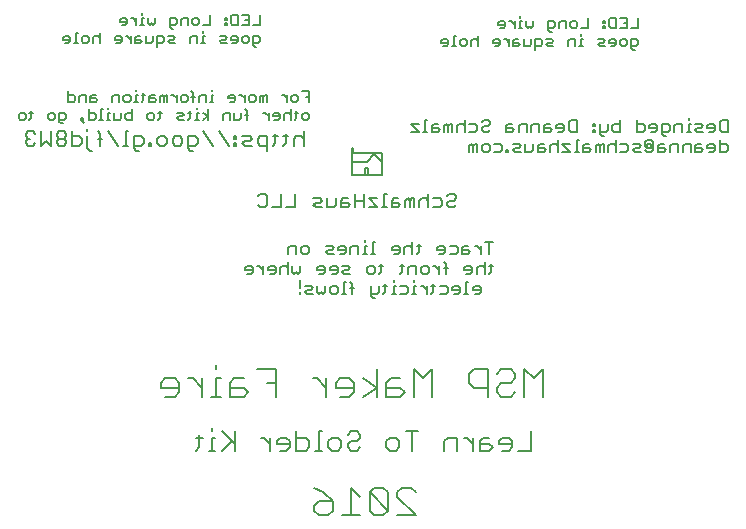
<source format=gbo>
G75*
%MOIN*%
%OFA0B0*%
%FSLAX25Y25*%
%IPPOS*%
%LPD*%
%AMOC8*
5,1,8,0,0,1.08239X$1,22.5*
%
%ADD10C,0.00800*%
%ADD11C,0.00600*%
%ADD12C,0.00500*%
%ADD13C,0.00700*%
D10*
X0063578Y0102869D02*
X0066648Y0102869D01*
X0068182Y0104404D01*
X0068182Y0107473D01*
X0066648Y0109008D01*
X0063578Y0109008D01*
X0062044Y0107473D01*
X0062044Y0105939D01*
X0068182Y0105939D01*
X0071252Y0109008D02*
X0072786Y0109008D01*
X0075855Y0105939D01*
X0075855Y0109008D02*
X0075855Y0102869D01*
X0078925Y0102869D02*
X0081994Y0102869D01*
X0080459Y0102869D02*
X0080459Y0109008D01*
X0081994Y0109008D01*
X0080459Y0112077D02*
X0080459Y0113612D01*
X0085063Y0107473D02*
X0085063Y0102869D01*
X0089667Y0102869D01*
X0091202Y0104404D01*
X0089667Y0105939D01*
X0085063Y0105939D01*
X0085063Y0107473D02*
X0086598Y0109008D01*
X0089667Y0109008D01*
X0094271Y0112077D02*
X0100410Y0112077D01*
X0100410Y0102869D01*
X0100410Y0107473D02*
X0097340Y0107473D01*
X0112687Y0109008D02*
X0114222Y0109008D01*
X0117291Y0105939D01*
X0117291Y0109008D02*
X0117291Y0102869D01*
X0120360Y0105939D02*
X0120360Y0107473D01*
X0121895Y0109008D01*
X0124964Y0109008D01*
X0126499Y0107473D01*
X0126499Y0104404D01*
X0124964Y0102869D01*
X0121895Y0102869D01*
X0120360Y0105939D02*
X0126499Y0105939D01*
X0129568Y0102869D02*
X0134172Y0105939D01*
X0129568Y0109008D01*
X0134172Y0112077D02*
X0134172Y0102869D01*
X0137241Y0102869D02*
X0141845Y0102869D01*
X0143380Y0104404D01*
X0141845Y0105939D01*
X0137241Y0105939D01*
X0137241Y0107473D02*
X0137241Y0102869D01*
X0137241Y0107473D02*
X0138776Y0109008D01*
X0141845Y0109008D01*
X0146449Y0112077D02*
X0146449Y0102869D01*
X0152588Y0102869D02*
X0152588Y0112077D01*
X0149518Y0109008D01*
X0146449Y0112077D01*
X0164865Y0110543D02*
X0164865Y0107473D01*
X0166399Y0105939D01*
X0171003Y0105939D01*
X0174073Y0105939D02*
X0174073Y0104404D01*
X0175607Y0102869D01*
X0178677Y0102869D01*
X0180211Y0104404D01*
X0178677Y0107473D02*
X0175607Y0107473D01*
X0174073Y0105939D01*
X0171003Y0102869D02*
X0171003Y0112077D01*
X0166399Y0112077D01*
X0164865Y0110543D01*
X0174073Y0110543D02*
X0175607Y0112077D01*
X0178677Y0112077D01*
X0180211Y0110543D01*
X0180211Y0109008D01*
X0178677Y0107473D01*
X0183280Y0112077D02*
X0183280Y0102869D01*
X0189419Y0102869D02*
X0189419Y0112077D01*
X0186350Y0109008D01*
X0183280Y0112077D01*
X0145463Y0072628D02*
X0142394Y0072628D01*
X0140859Y0071094D01*
X0140859Y0069559D01*
X0146998Y0063420D01*
X0140859Y0063420D01*
X0137790Y0064955D02*
X0131651Y0071094D01*
X0131651Y0064955D01*
X0133186Y0063420D01*
X0136255Y0063420D01*
X0137790Y0064955D01*
X0137790Y0071094D01*
X0136255Y0072628D01*
X0133186Y0072628D01*
X0131651Y0071094D01*
X0128582Y0069559D02*
X0125513Y0072628D01*
X0125513Y0063420D01*
X0128582Y0063420D02*
X0122444Y0063420D01*
X0119374Y0064955D02*
X0117840Y0063420D01*
X0114770Y0063420D01*
X0113236Y0064955D01*
X0113236Y0066490D01*
X0114770Y0068024D01*
X0119374Y0068024D01*
X0119374Y0064955D01*
X0119374Y0068024D02*
X0116305Y0071094D01*
X0113236Y0072628D01*
X0145463Y0072628D02*
X0146998Y0071094D01*
X0135764Y0176800D02*
X0130264Y0176800D01*
X0130264Y0179300D01*
X0131264Y0179300D01*
X0131264Y0177300D01*
X0130264Y0176800D02*
X0125764Y0176800D01*
X0125764Y0181300D01*
X0130764Y0181300D01*
X0133264Y0183800D01*
X0135764Y0181300D01*
X0135764Y0184300D01*
X0126264Y0184300D01*
X0126264Y0185800D01*
X0125764Y0185800D01*
X0125764Y0181300D01*
X0135764Y0181300D02*
X0135764Y0176800D01*
D11*
X0074921Y0086002D02*
X0073854Y0084935D01*
X0074921Y0086002D02*
X0074921Y0090273D01*
X0073854Y0089205D02*
X0075989Y0089205D01*
X0079218Y0089205D02*
X0079218Y0084935D01*
X0078151Y0084935D02*
X0080286Y0084935D01*
X0082461Y0084935D02*
X0085664Y0088137D01*
X0086731Y0087070D02*
X0082461Y0091340D01*
X0080286Y0089205D02*
X0079218Y0089205D01*
X0079218Y0091340D02*
X0079218Y0092408D01*
X0086731Y0091340D02*
X0086731Y0084935D01*
X0095345Y0089205D02*
X0096413Y0089205D01*
X0098548Y0087070D01*
X0098548Y0084935D02*
X0098548Y0089205D01*
X0100723Y0088137D02*
X0100723Y0087070D01*
X0104994Y0087070D01*
X0104994Y0088137D02*
X0104994Y0086002D01*
X0103926Y0084935D01*
X0101791Y0084935D01*
X0100723Y0088137D02*
X0101791Y0089205D01*
X0103926Y0089205D01*
X0104994Y0088137D01*
X0107169Y0089205D02*
X0110372Y0089205D01*
X0111439Y0088137D01*
X0111439Y0086002D01*
X0110372Y0084935D01*
X0107169Y0084935D01*
X0107169Y0091340D01*
X0114669Y0091340D02*
X0114669Y0084935D01*
X0115736Y0084935D02*
X0113601Y0084935D01*
X0117911Y0086002D02*
X0117911Y0088137D01*
X0118979Y0089205D01*
X0121114Y0089205D01*
X0122182Y0088137D01*
X0122182Y0086002D01*
X0121114Y0084935D01*
X0118979Y0084935D01*
X0117911Y0086002D01*
X0115736Y0091340D02*
X0114669Y0091340D01*
X0124357Y0090273D02*
X0125424Y0091340D01*
X0127560Y0091340D01*
X0128627Y0090273D01*
X0128627Y0089205D01*
X0127560Y0088137D01*
X0125424Y0088137D01*
X0124357Y0087070D01*
X0124357Y0086002D01*
X0125424Y0084935D01*
X0127560Y0084935D01*
X0128627Y0086002D01*
X0137248Y0086002D02*
X0137248Y0088137D01*
X0138315Y0089205D01*
X0140451Y0089205D01*
X0141518Y0088137D01*
X0141518Y0086002D01*
X0140451Y0084935D01*
X0138315Y0084935D01*
X0137248Y0086002D01*
X0143693Y0091340D02*
X0147964Y0091340D01*
X0145828Y0091340D02*
X0145828Y0084935D01*
X0156584Y0084935D02*
X0156584Y0088137D01*
X0157652Y0089205D01*
X0160855Y0089205D01*
X0160855Y0084935D01*
X0163023Y0089205D02*
X0164091Y0089205D01*
X0166226Y0087070D01*
X0166226Y0084935D02*
X0166226Y0089205D01*
X0168401Y0088137D02*
X0168401Y0084935D01*
X0171604Y0084935D01*
X0172671Y0086002D01*
X0171604Y0087070D01*
X0168401Y0087070D01*
X0168401Y0088137D02*
X0169469Y0089205D01*
X0171604Y0089205D01*
X0174847Y0088137D02*
X0174847Y0087070D01*
X0179117Y0087070D01*
X0179117Y0088137D02*
X0179117Y0086002D01*
X0178049Y0084935D01*
X0175914Y0084935D01*
X0174847Y0088137D02*
X0175914Y0089205D01*
X0178049Y0089205D01*
X0179117Y0088137D01*
X0181292Y0084935D02*
X0185562Y0084935D01*
X0185562Y0091340D01*
X0159651Y0166076D02*
X0158183Y0166076D01*
X0157449Y0166810D01*
X0157449Y0167544D01*
X0158183Y0168278D01*
X0159651Y0168278D01*
X0160385Y0169012D01*
X0160385Y0169746D01*
X0159651Y0170480D01*
X0158183Y0170480D01*
X0157449Y0169746D01*
X0155781Y0168278D02*
X0155781Y0166810D01*
X0155047Y0166076D01*
X0152845Y0166076D01*
X0151177Y0166076D02*
X0151177Y0170480D01*
X0150443Y0169012D02*
X0148975Y0169012D01*
X0148242Y0168278D01*
X0148242Y0166076D01*
X0146573Y0166076D02*
X0146573Y0169012D01*
X0145839Y0169012D01*
X0145106Y0168278D01*
X0144372Y0169012D01*
X0143638Y0168278D01*
X0143638Y0166076D01*
X0145106Y0166076D02*
X0145106Y0168278D01*
X0141970Y0166810D02*
X0141236Y0167544D01*
X0139034Y0167544D01*
X0139034Y0168278D02*
X0139034Y0166076D01*
X0141236Y0166076D01*
X0141970Y0166810D01*
X0141236Y0169012D02*
X0139768Y0169012D01*
X0139034Y0168278D01*
X0137366Y0166076D02*
X0135898Y0166076D01*
X0136632Y0166076D02*
X0136632Y0170480D01*
X0137366Y0170480D01*
X0134296Y0169012D02*
X0131360Y0169012D01*
X0134296Y0166076D01*
X0131360Y0166076D01*
X0129692Y0166076D02*
X0129692Y0170480D01*
X0129692Y0168278D02*
X0126757Y0168278D01*
X0126757Y0170480D02*
X0126757Y0166076D01*
X0125088Y0166810D02*
X0124354Y0167544D01*
X0122153Y0167544D01*
X0122153Y0168278D02*
X0122153Y0166076D01*
X0124354Y0166076D01*
X0125088Y0166810D01*
X0124354Y0169012D02*
X0122887Y0169012D01*
X0122153Y0168278D01*
X0120485Y0169012D02*
X0120485Y0166810D01*
X0119751Y0166076D01*
X0117549Y0166076D01*
X0117549Y0169012D01*
X0115881Y0168278D02*
X0115147Y0169012D01*
X0112945Y0169012D01*
X0113679Y0167544D02*
X0115147Y0167544D01*
X0115881Y0168278D01*
X0115881Y0166076D02*
X0113679Y0166076D01*
X0112945Y0166810D01*
X0113679Y0167544D01*
X0106673Y0166076D02*
X0103737Y0166076D01*
X0102069Y0166076D02*
X0099133Y0166076D01*
X0097465Y0166810D02*
X0096731Y0166076D01*
X0095263Y0166076D01*
X0094529Y0166810D01*
X0097465Y0166810D02*
X0097465Y0169746D01*
X0096731Y0170480D01*
X0095263Y0170480D01*
X0094529Y0169746D01*
X0102069Y0170480D02*
X0102069Y0166076D01*
X0106673Y0166076D02*
X0106673Y0170480D01*
X0150443Y0169012D02*
X0151177Y0168278D01*
X0152845Y0169012D02*
X0155047Y0169012D01*
X0155781Y0168278D01*
X0159651Y0166076D02*
X0160385Y0166810D01*
D12*
X0160430Y0153160D02*
X0158428Y0153160D01*
X0156953Y0152493D02*
X0156286Y0153160D01*
X0154952Y0153160D01*
X0154284Y0152493D01*
X0154284Y0151825D01*
X0156953Y0151825D01*
X0156953Y0151158D02*
X0156953Y0152493D01*
X0156953Y0151158D02*
X0156286Y0150491D01*
X0154952Y0150491D01*
X0156309Y0147744D02*
X0156977Y0147077D01*
X0156977Y0143741D01*
X0154881Y0143741D02*
X0154881Y0146410D01*
X0153547Y0146410D02*
X0154881Y0145075D01*
X0156309Y0145743D02*
X0157644Y0145743D01*
X0153547Y0146410D02*
X0152880Y0146410D01*
X0151429Y0145743D02*
X0151429Y0144408D01*
X0150761Y0143741D01*
X0149427Y0143741D01*
X0148760Y0144408D01*
X0148760Y0145743D01*
X0149427Y0146410D01*
X0150761Y0146410D01*
X0151429Y0145743D01*
X0147285Y0146410D02*
X0147285Y0143741D01*
X0146618Y0141662D02*
X0146618Y0140994D01*
X0146618Y0139660D02*
X0146618Y0136991D01*
X0147285Y0136991D02*
X0145950Y0136991D01*
X0144523Y0137658D02*
X0143855Y0136991D01*
X0141854Y0136991D01*
X0140379Y0136991D02*
X0139045Y0136991D01*
X0139712Y0136991D02*
X0139712Y0139660D01*
X0140379Y0139660D01*
X0141854Y0139660D02*
X0143855Y0139660D01*
X0144523Y0138993D01*
X0144523Y0137658D01*
X0146618Y0139660D02*
X0147285Y0139660D01*
X0148736Y0139660D02*
X0149403Y0139660D01*
X0150738Y0138325D01*
X0150738Y0136991D02*
X0150738Y0139660D01*
X0152166Y0139660D02*
X0153500Y0139660D01*
X0152833Y0140327D02*
X0152833Y0137658D01*
X0152166Y0136991D01*
X0154975Y0136991D02*
X0156977Y0136991D01*
X0157644Y0137658D01*
X0157644Y0138993D01*
X0156977Y0139660D01*
X0154975Y0139660D01*
X0159118Y0138993D02*
X0159118Y0138325D01*
X0161787Y0138325D01*
X0161787Y0137658D02*
X0161787Y0138993D01*
X0161120Y0139660D01*
X0159786Y0139660D01*
X0159118Y0138993D01*
X0159786Y0136991D02*
X0161120Y0136991D01*
X0161787Y0137658D01*
X0163215Y0136991D02*
X0164550Y0136991D01*
X0163882Y0136991D02*
X0163882Y0140994D01*
X0164550Y0140994D01*
X0166024Y0138993D02*
X0166024Y0138325D01*
X0168693Y0138325D01*
X0168693Y0137658D02*
X0168693Y0138993D01*
X0168026Y0139660D01*
X0166692Y0139660D01*
X0166024Y0138993D01*
X0166692Y0136991D02*
X0168026Y0136991D01*
X0168693Y0137658D01*
X0167405Y0143741D02*
X0167405Y0145743D01*
X0168073Y0146410D01*
X0169407Y0146410D01*
X0170074Y0145743D01*
X0171502Y0146410D02*
X0172837Y0146410D01*
X0172170Y0147077D02*
X0172170Y0144408D01*
X0171502Y0143741D01*
X0170074Y0143741D02*
X0170074Y0147744D01*
X0168693Y0150491D02*
X0168693Y0153160D01*
X0167359Y0153160D02*
X0168693Y0151825D01*
X0167359Y0153160D02*
X0166692Y0153160D01*
X0164573Y0153160D02*
X0163239Y0153160D01*
X0162571Y0152493D01*
X0162571Y0150491D01*
X0164573Y0150491D01*
X0165240Y0151158D01*
X0164573Y0151825D01*
X0162571Y0151825D01*
X0161097Y0151158D02*
X0161097Y0152493D01*
X0160430Y0153160D01*
X0161097Y0151158D02*
X0160430Y0150491D01*
X0158428Y0150491D01*
X0163262Y0145743D02*
X0163262Y0145075D01*
X0165931Y0145075D01*
X0165931Y0144408D02*
X0165931Y0145743D01*
X0165264Y0146410D01*
X0163929Y0146410D01*
X0163262Y0145743D01*
X0163929Y0143741D02*
X0165264Y0143741D01*
X0165931Y0144408D01*
X0171502Y0150491D02*
X0171502Y0154494D01*
X0170168Y0154494D02*
X0172837Y0154494D01*
X0148666Y0153160D02*
X0147332Y0153160D01*
X0147999Y0153827D02*
X0147999Y0151158D01*
X0147332Y0150491D01*
X0145904Y0150491D02*
X0145904Y0154494D01*
X0145237Y0153160D02*
X0143902Y0153160D01*
X0143235Y0152493D01*
X0143235Y0150491D01*
X0141760Y0151158D02*
X0141760Y0152493D01*
X0141093Y0153160D01*
X0139759Y0153160D01*
X0139091Y0152493D01*
X0139091Y0151825D01*
X0141760Y0151825D01*
X0141760Y0151158D02*
X0141093Y0150491D01*
X0139759Y0150491D01*
X0142474Y0147077D02*
X0142474Y0144408D01*
X0141807Y0143741D01*
X0141807Y0146410D02*
X0143141Y0146410D01*
X0144616Y0145743D02*
X0144616Y0143741D01*
X0144616Y0145743D02*
X0145283Y0146410D01*
X0147285Y0146410D01*
X0145904Y0152493D02*
X0145237Y0153160D01*
X0136236Y0146410D02*
X0134901Y0146410D01*
X0135568Y0147077D02*
X0135568Y0144408D01*
X0134901Y0143741D01*
X0133473Y0144408D02*
X0132806Y0143741D01*
X0131471Y0143741D01*
X0130804Y0144408D01*
X0130804Y0145743D01*
X0131471Y0146410D01*
X0132806Y0146410D01*
X0133473Y0145743D01*
X0133473Y0144408D01*
X0136949Y0140327D02*
X0136949Y0137658D01*
X0136282Y0136991D01*
X0134854Y0137658D02*
X0134854Y0139660D01*
X0136282Y0139660D02*
X0137617Y0139660D01*
X0139712Y0140994D02*
X0139712Y0141662D01*
X0134854Y0137658D02*
X0134187Y0136991D01*
X0132185Y0136991D01*
X0132185Y0136324D02*
X0132853Y0135656D01*
X0133520Y0135656D01*
X0132185Y0136324D02*
X0132185Y0139660D01*
X0126567Y0138993D02*
X0125233Y0138993D01*
X0125900Y0140327D02*
X0125233Y0140994D01*
X0125900Y0140327D02*
X0125900Y0136991D01*
X0123805Y0136991D02*
X0122470Y0136991D01*
X0123138Y0136991D02*
X0123138Y0140994D01*
X0123805Y0140994D01*
X0123184Y0143741D02*
X0122517Y0144408D01*
X0123184Y0145075D01*
X0124519Y0145075D01*
X0125186Y0145743D01*
X0124519Y0146410D01*
X0122517Y0146410D01*
X0121043Y0145743D02*
X0120375Y0146410D01*
X0119041Y0146410D01*
X0118374Y0145743D01*
X0118374Y0145075D01*
X0121043Y0145075D01*
X0121043Y0144408D02*
X0121043Y0145743D01*
X0121043Y0144408D02*
X0120375Y0143741D01*
X0119041Y0143741D01*
X0116899Y0144408D02*
X0116899Y0145743D01*
X0116232Y0146410D01*
X0114897Y0146410D01*
X0114230Y0145743D01*
X0114230Y0145075D01*
X0116899Y0145075D01*
X0116899Y0144408D02*
X0116232Y0143741D01*
X0114897Y0143741D01*
X0114230Y0139660D02*
X0114230Y0137658D01*
X0114897Y0136991D01*
X0115565Y0137658D01*
X0116232Y0136991D01*
X0116899Y0137658D01*
X0116899Y0139660D01*
X0118374Y0138993D02*
X0118374Y0137658D01*
X0119041Y0136991D01*
X0120375Y0136991D01*
X0121043Y0137658D01*
X0121043Y0138993D01*
X0120375Y0139660D01*
X0119041Y0139660D01*
X0118374Y0138993D01*
X0112755Y0138993D02*
X0112088Y0139660D01*
X0110087Y0139660D01*
X0110754Y0138325D02*
X0112088Y0138325D01*
X0112755Y0138993D01*
X0112755Y0136991D02*
X0110754Y0136991D01*
X0110087Y0137658D01*
X0110754Y0138325D01*
X0108612Y0137658D02*
X0108612Y0136991D01*
X0108612Y0138993D02*
X0108612Y0141662D01*
X0107945Y0143741D02*
X0107277Y0144408D01*
X0106610Y0143741D01*
X0105943Y0144408D01*
X0105943Y0146410D01*
X0104468Y0145743D02*
X0103801Y0146410D01*
X0102467Y0146410D01*
X0101799Y0145743D01*
X0101799Y0143741D01*
X0100325Y0144408D02*
X0100325Y0145743D01*
X0099658Y0146410D01*
X0098323Y0146410D01*
X0097656Y0145743D01*
X0097656Y0145075D01*
X0100325Y0145075D01*
X0100325Y0144408D02*
X0099658Y0143741D01*
X0098323Y0143741D01*
X0096181Y0143741D02*
X0096181Y0146410D01*
X0094847Y0146410D02*
X0094180Y0146410D01*
X0094847Y0146410D02*
X0096181Y0145075D01*
X0092728Y0145075D02*
X0090059Y0145075D01*
X0090059Y0145743D01*
X0090727Y0146410D01*
X0092061Y0146410D01*
X0092728Y0145743D01*
X0092728Y0144408D01*
X0092061Y0143741D01*
X0090727Y0143741D01*
X0104468Y0143741D02*
X0104468Y0147744D01*
X0104562Y0150491D02*
X0104562Y0152493D01*
X0105229Y0153160D01*
X0107231Y0153160D01*
X0107231Y0150491D01*
X0108705Y0151158D02*
X0108705Y0152493D01*
X0109373Y0153160D01*
X0110707Y0153160D01*
X0111374Y0152493D01*
X0111374Y0151158D01*
X0110707Y0150491D01*
X0109373Y0150491D01*
X0108705Y0151158D01*
X0108612Y0146410D02*
X0108612Y0144408D01*
X0107945Y0143741D01*
X0116992Y0151158D02*
X0117660Y0151825D01*
X0118994Y0151825D01*
X0119661Y0152493D01*
X0118994Y0153160D01*
X0116992Y0153160D01*
X0116992Y0151158D02*
X0117660Y0150491D01*
X0119661Y0150491D01*
X0121136Y0151825D02*
X0121136Y0152493D01*
X0121803Y0153160D01*
X0123138Y0153160D01*
X0123805Y0152493D01*
X0123805Y0151158D01*
X0123138Y0150491D01*
X0121803Y0150491D01*
X0121136Y0151825D02*
X0123805Y0151825D01*
X0125280Y0152493D02*
X0125280Y0150491D01*
X0125280Y0152493D02*
X0125947Y0153160D01*
X0127948Y0153160D01*
X0127948Y0150491D01*
X0129376Y0150491D02*
X0130711Y0150491D01*
X0130044Y0150491D02*
X0130044Y0153160D01*
X0130711Y0153160D01*
X0130044Y0154494D02*
X0130044Y0155162D01*
X0132806Y0154494D02*
X0132806Y0150491D01*
X0133473Y0150491D02*
X0132139Y0150491D01*
X0132806Y0154494D02*
X0133473Y0154494D01*
X0125186Y0143741D02*
X0123184Y0143741D01*
X0164854Y0184333D02*
X0164854Y0186335D01*
X0165522Y0187002D01*
X0166189Y0186335D01*
X0166189Y0184333D01*
X0167523Y0184333D02*
X0167523Y0187002D01*
X0166856Y0187002D01*
X0166189Y0186335D01*
X0168998Y0186335D02*
X0168998Y0185001D01*
X0169665Y0184333D01*
X0171000Y0184333D01*
X0171667Y0185001D01*
X0171667Y0186335D01*
X0171000Y0187002D01*
X0169665Y0187002D01*
X0168998Y0186335D01*
X0169665Y0191083D02*
X0171000Y0191083D01*
X0171667Y0191751D01*
X0171000Y0193085D02*
X0169665Y0193085D01*
X0168998Y0192418D01*
X0168998Y0191751D01*
X0169665Y0191083D01*
X0167523Y0191751D02*
X0166856Y0191083D01*
X0164854Y0191083D01*
X0163380Y0191083D02*
X0163380Y0195087D01*
X0162713Y0193752D02*
X0161378Y0193752D01*
X0160711Y0193085D01*
X0160711Y0191083D01*
X0159236Y0191083D02*
X0159236Y0193752D01*
X0158569Y0193752D01*
X0157902Y0193085D01*
X0157235Y0193752D01*
X0156567Y0193085D01*
X0156567Y0191083D01*
X0157902Y0191083D02*
X0157902Y0193085D01*
X0155093Y0191751D02*
X0154426Y0191083D01*
X0152424Y0191083D01*
X0152424Y0193085D01*
X0153091Y0193752D01*
X0154426Y0193752D01*
X0154426Y0192418D02*
X0152424Y0192418D01*
X0150949Y0191083D02*
X0149615Y0191083D01*
X0150282Y0191083D02*
X0150282Y0195087D01*
X0150949Y0195087D01*
X0148187Y0193752D02*
X0145518Y0193752D01*
X0148187Y0191083D01*
X0145518Y0191083D01*
X0154426Y0192418D02*
X0155093Y0191751D01*
X0162713Y0193752D02*
X0163380Y0193085D01*
X0164854Y0193752D02*
X0166856Y0193752D01*
X0167523Y0193085D01*
X0167523Y0191751D01*
X0168998Y0194420D02*
X0169665Y0195087D01*
X0171000Y0195087D01*
X0171667Y0194420D01*
X0171667Y0193752D01*
X0171000Y0193085D01*
X0177285Y0193085D02*
X0177285Y0191083D01*
X0179287Y0191083D01*
X0179954Y0191751D01*
X0179287Y0192418D01*
X0177285Y0192418D01*
X0177285Y0193085D02*
X0177952Y0193752D01*
X0179287Y0193752D01*
X0181429Y0193085D02*
X0181429Y0191083D01*
X0181429Y0193085D02*
X0182096Y0193752D01*
X0184098Y0193752D01*
X0184098Y0191083D01*
X0185572Y0191083D02*
X0185572Y0193085D01*
X0186239Y0193752D01*
X0188241Y0193752D01*
X0188241Y0191083D01*
X0189716Y0191083D02*
X0189716Y0193085D01*
X0190383Y0193752D01*
X0191717Y0193752D01*
X0191717Y0192418D02*
X0189716Y0192418D01*
X0189716Y0191083D02*
X0191717Y0191083D01*
X0192385Y0191751D01*
X0191717Y0192418D01*
X0193859Y0192418D02*
X0196528Y0192418D01*
X0196528Y0193085D02*
X0195861Y0193752D01*
X0194526Y0193752D01*
X0193859Y0193085D01*
X0193859Y0192418D01*
X0194526Y0191083D02*
X0195861Y0191083D01*
X0196528Y0191751D01*
X0196528Y0193085D01*
X0198003Y0191751D02*
X0198003Y0194420D01*
X0198670Y0195087D01*
X0200672Y0195087D01*
X0200672Y0191083D01*
X0198670Y0191083D01*
X0198003Y0191751D01*
X0200695Y0188337D02*
X0200695Y0184333D01*
X0201362Y0184333D02*
X0200028Y0184333D01*
X0198600Y0184333D02*
X0195931Y0184333D01*
X0194456Y0184333D02*
X0194456Y0188337D01*
X0193789Y0187002D02*
X0192455Y0187002D01*
X0191787Y0186335D01*
X0191787Y0184333D01*
X0190313Y0185001D02*
X0189646Y0185668D01*
X0187644Y0185668D01*
X0187644Y0186335D02*
X0187644Y0184333D01*
X0189646Y0184333D01*
X0190313Y0185001D01*
X0189646Y0187002D02*
X0188311Y0187002D01*
X0187644Y0186335D01*
X0186169Y0187002D02*
X0186169Y0185001D01*
X0185502Y0184333D01*
X0183500Y0184333D01*
X0183500Y0187002D01*
X0182026Y0186335D02*
X0181359Y0185668D01*
X0180024Y0185668D01*
X0179357Y0185001D01*
X0180024Y0184333D01*
X0182026Y0184333D01*
X0182026Y0186335D02*
X0181359Y0187002D01*
X0179357Y0187002D01*
X0177882Y0185001D02*
X0177215Y0185001D01*
X0177215Y0184333D01*
X0177882Y0184333D01*
X0177882Y0185001D01*
X0175810Y0185001D02*
X0175810Y0186335D01*
X0175143Y0187002D01*
X0173142Y0187002D01*
X0173142Y0184333D02*
X0175143Y0184333D01*
X0175810Y0185001D01*
X0193789Y0187002D02*
X0194456Y0186335D01*
X0195931Y0187002D02*
X0198600Y0184333D01*
X0198600Y0187002D02*
X0195931Y0187002D01*
X0200695Y0188337D02*
X0201362Y0188337D01*
X0202837Y0186335D02*
X0202837Y0184333D01*
X0204839Y0184333D01*
X0205506Y0185001D01*
X0204839Y0185668D01*
X0202837Y0185668D01*
X0202837Y0186335D02*
X0203504Y0187002D01*
X0204839Y0187002D01*
X0206980Y0186335D02*
X0206980Y0184333D01*
X0208315Y0184333D02*
X0208315Y0186335D01*
X0207648Y0187002D01*
X0206980Y0186335D01*
X0208315Y0186335D02*
X0208982Y0187002D01*
X0209649Y0187002D01*
X0209649Y0184333D01*
X0211124Y0184333D02*
X0211124Y0186335D01*
X0211791Y0187002D01*
X0213126Y0187002D01*
X0213793Y0186335D01*
X0215268Y0187002D02*
X0217269Y0187002D01*
X0217936Y0186335D01*
X0217936Y0185001D01*
X0217269Y0184333D01*
X0215268Y0184333D01*
X0213793Y0184333D02*
X0213793Y0188337D01*
X0213172Y0191083D02*
X0212505Y0191751D01*
X0212505Y0193085D01*
X0213172Y0193752D01*
X0215174Y0193752D01*
X0215174Y0195087D02*
X0215174Y0191083D01*
X0213172Y0191083D01*
X0211031Y0191751D02*
X0210363Y0191083D01*
X0208362Y0191083D01*
X0208362Y0190416D02*
X0209029Y0189749D01*
X0209696Y0189749D01*
X0208362Y0190416D02*
X0208362Y0193752D01*
X0206887Y0193752D02*
X0206887Y0193085D01*
X0206220Y0193085D01*
X0206220Y0193752D01*
X0206887Y0193752D01*
X0206887Y0191751D02*
X0206220Y0191751D01*
X0206220Y0191083D01*
X0206887Y0191083D01*
X0206887Y0191751D01*
X0211031Y0191751D02*
X0211031Y0193752D01*
X0219411Y0187002D02*
X0221413Y0187002D01*
X0222080Y0186335D01*
X0221413Y0185668D01*
X0220078Y0185668D01*
X0219411Y0185001D01*
X0220078Y0184333D01*
X0222080Y0184333D01*
X0223555Y0185001D02*
X0224222Y0184333D01*
X0225556Y0184333D01*
X0226224Y0185001D01*
X0226224Y0187670D01*
X0225556Y0188337D01*
X0224222Y0188337D01*
X0223555Y0187670D01*
X0223555Y0186335D01*
X0224222Y0185668D01*
X0224222Y0187002D01*
X0225556Y0187002D01*
X0225556Y0185668D01*
X0224222Y0185668D01*
X0227698Y0185668D02*
X0229700Y0185668D01*
X0230367Y0185001D01*
X0229700Y0184333D01*
X0227698Y0184333D01*
X0227698Y0186335D01*
X0228365Y0187002D01*
X0229700Y0187002D01*
X0231842Y0186335D02*
X0231842Y0184333D01*
X0231842Y0186335D02*
X0232509Y0187002D01*
X0234511Y0187002D01*
X0234511Y0184333D01*
X0235985Y0184333D02*
X0235985Y0186335D01*
X0236652Y0187002D01*
X0238654Y0187002D01*
X0238654Y0184333D01*
X0240129Y0184333D02*
X0242130Y0184333D01*
X0242798Y0185001D01*
X0242130Y0185668D01*
X0240129Y0185668D01*
X0240129Y0186335D02*
X0240129Y0184333D01*
X0240129Y0186335D02*
X0240796Y0187002D01*
X0242130Y0187002D01*
X0244272Y0186335D02*
X0244272Y0185668D01*
X0246941Y0185668D01*
X0246941Y0185001D02*
X0246941Y0186335D01*
X0246274Y0187002D01*
X0244940Y0187002D01*
X0244272Y0186335D01*
X0244940Y0184333D02*
X0246274Y0184333D01*
X0246941Y0185001D01*
X0248416Y0184333D02*
X0250418Y0184333D01*
X0251085Y0185001D01*
X0251085Y0186335D01*
X0250418Y0187002D01*
X0248416Y0187002D01*
X0248416Y0188337D02*
X0248416Y0184333D01*
X0249083Y0191083D02*
X0248416Y0191751D01*
X0248416Y0194420D01*
X0249083Y0195087D01*
X0251085Y0195087D01*
X0251085Y0191083D01*
X0249083Y0191083D01*
X0246941Y0191751D02*
X0246941Y0193085D01*
X0246274Y0193752D01*
X0244940Y0193752D01*
X0244272Y0193085D01*
X0244272Y0192418D01*
X0246941Y0192418D01*
X0246941Y0191751D02*
X0246274Y0191083D01*
X0244940Y0191083D01*
X0242798Y0191083D02*
X0240796Y0191083D01*
X0240129Y0191751D01*
X0240796Y0192418D01*
X0242130Y0192418D01*
X0242798Y0193085D01*
X0242130Y0193752D01*
X0240129Y0193752D01*
X0238654Y0193752D02*
X0237987Y0193752D01*
X0237987Y0191083D01*
X0238654Y0191083D02*
X0237320Y0191083D01*
X0235892Y0191083D02*
X0235892Y0193752D01*
X0233890Y0193752D01*
X0233223Y0193085D01*
X0233223Y0191083D01*
X0231748Y0191751D02*
X0231081Y0191083D01*
X0229079Y0191083D01*
X0229079Y0190416D02*
X0229079Y0193752D01*
X0231081Y0193752D01*
X0231748Y0193085D01*
X0231748Y0191751D01*
X0230414Y0189749D02*
X0229747Y0189749D01*
X0229079Y0190416D01*
X0227605Y0191751D02*
X0227605Y0193085D01*
X0226938Y0193752D01*
X0225603Y0193752D01*
X0224936Y0193085D01*
X0224936Y0192418D01*
X0227605Y0192418D01*
X0227605Y0191751D02*
X0226938Y0191083D01*
X0225603Y0191083D01*
X0223461Y0191751D02*
X0223461Y0193085D01*
X0222794Y0193752D01*
X0220792Y0193752D01*
X0220792Y0195087D02*
X0220792Y0191083D01*
X0222794Y0191083D01*
X0223461Y0191751D01*
X0237987Y0195087D02*
X0237987Y0195754D01*
X0219996Y0218599D02*
X0219412Y0218599D01*
X0218828Y0219183D01*
X0218828Y0222102D01*
X0220580Y0222102D01*
X0221164Y0221518D01*
X0221164Y0220350D01*
X0220580Y0219767D01*
X0218828Y0219767D01*
X0217480Y0220350D02*
X0216897Y0219767D01*
X0215729Y0219767D01*
X0215145Y0220350D01*
X0215145Y0221518D01*
X0215729Y0222102D01*
X0216897Y0222102D01*
X0217480Y0221518D01*
X0217480Y0220350D01*
X0213797Y0220350D02*
X0213213Y0219767D01*
X0212046Y0219767D01*
X0211462Y0220934D02*
X0213797Y0220934D01*
X0213797Y0220350D02*
X0213797Y0221518D01*
X0213213Y0222102D01*
X0212046Y0222102D01*
X0211462Y0221518D01*
X0211462Y0220934D01*
X0210114Y0221518D02*
X0209530Y0222102D01*
X0207779Y0222102D01*
X0208363Y0220934D02*
X0209530Y0220934D01*
X0210114Y0221518D01*
X0210114Y0219767D02*
X0208363Y0219767D01*
X0207779Y0220350D01*
X0208363Y0220934D01*
X0209530Y0225767D02*
X0210114Y0225767D01*
X0210114Y0226350D01*
X0209530Y0226350D01*
X0209530Y0225767D01*
X0209530Y0227518D02*
X0210114Y0227518D01*
X0210114Y0228102D01*
X0209530Y0228102D01*
X0209530Y0227518D01*
X0211462Y0226350D02*
X0211462Y0228686D01*
X0212046Y0229270D01*
X0213797Y0229270D01*
X0213797Y0225767D01*
X0212046Y0225767D01*
X0211462Y0226350D01*
X0215145Y0225767D02*
X0217480Y0225767D01*
X0217480Y0229270D01*
X0215145Y0229270D01*
X0216313Y0227518D02*
X0217480Y0227518D01*
X0218828Y0225767D02*
X0221164Y0225767D01*
X0221164Y0229270D01*
X0204589Y0229270D02*
X0204589Y0225767D01*
X0202254Y0225767D01*
X0200906Y0226350D02*
X0200906Y0227518D01*
X0200322Y0228102D01*
X0199155Y0228102D01*
X0198571Y0227518D01*
X0198571Y0226350D01*
X0199155Y0225767D01*
X0200322Y0225767D01*
X0200906Y0226350D01*
X0202164Y0223853D02*
X0202164Y0223270D01*
X0202164Y0222102D02*
X0202164Y0219767D01*
X0202748Y0219767D02*
X0201580Y0219767D01*
X0200292Y0219767D02*
X0200292Y0222102D01*
X0198541Y0222102D01*
X0197957Y0221518D01*
X0197957Y0219767D01*
X0202164Y0222102D02*
X0202748Y0222102D01*
X0197223Y0225767D02*
X0197223Y0228102D01*
X0195472Y0228102D01*
X0194888Y0227518D01*
X0194888Y0225767D01*
X0193540Y0226350D02*
X0192956Y0225767D01*
X0191205Y0225767D01*
X0191205Y0225183D02*
X0191205Y0228102D01*
X0192956Y0228102D01*
X0193540Y0227518D01*
X0193540Y0226350D01*
X0192372Y0224599D02*
X0191788Y0224599D01*
X0191205Y0225183D01*
X0190591Y0222102D02*
X0192342Y0222102D01*
X0192926Y0221518D01*
X0192342Y0220934D01*
X0191175Y0220934D01*
X0190591Y0220350D01*
X0191175Y0219767D01*
X0192926Y0219767D01*
X0189243Y0220350D02*
X0188659Y0219767D01*
X0186908Y0219767D01*
X0186908Y0218599D02*
X0186908Y0222102D01*
X0188659Y0222102D01*
X0189243Y0221518D01*
X0189243Y0220350D01*
X0185560Y0220350D02*
X0184976Y0219767D01*
X0183224Y0219767D01*
X0183224Y0222102D01*
X0181293Y0222102D02*
X0180125Y0222102D01*
X0179541Y0221518D01*
X0179541Y0219767D01*
X0181293Y0219767D01*
X0181877Y0220350D01*
X0181293Y0220934D01*
X0179541Y0220934D01*
X0178194Y0220934D02*
X0177026Y0222102D01*
X0176442Y0222102D01*
X0175124Y0221518D02*
X0174540Y0222102D01*
X0173373Y0222102D01*
X0172789Y0221518D01*
X0172789Y0220934D01*
X0175124Y0220934D01*
X0175124Y0220350D02*
X0175124Y0221518D01*
X0175124Y0220350D02*
X0174540Y0219767D01*
X0173373Y0219767D01*
X0178194Y0219767D02*
X0178194Y0222102D01*
X0176382Y0225767D02*
X0175214Y0225767D01*
X0176382Y0225767D02*
X0176966Y0226350D01*
X0176966Y0227518D01*
X0176382Y0228102D01*
X0175214Y0228102D01*
X0174630Y0227518D01*
X0174630Y0226934D01*
X0176966Y0226934D01*
X0178284Y0228102D02*
X0178867Y0228102D01*
X0180035Y0226934D01*
X0180035Y0225767D02*
X0180035Y0228102D01*
X0181907Y0228102D02*
X0181907Y0225767D01*
X0182491Y0225767D02*
X0181323Y0225767D01*
X0181907Y0228102D02*
X0182491Y0228102D01*
X0181907Y0229270D02*
X0181907Y0229853D01*
X0183838Y0228102D02*
X0183838Y0226350D01*
X0184422Y0225767D01*
X0185006Y0226350D01*
X0185590Y0225767D01*
X0186174Y0226350D01*
X0186174Y0228102D01*
X0185560Y0222102D02*
X0185560Y0220350D01*
X0167758Y0219767D02*
X0167758Y0223270D01*
X0167174Y0222102D02*
X0166006Y0222102D01*
X0165423Y0221518D01*
X0165423Y0219767D01*
X0164075Y0220350D02*
X0163491Y0219767D01*
X0162323Y0219767D01*
X0161739Y0220350D01*
X0161739Y0221518D01*
X0162323Y0222102D01*
X0163491Y0222102D01*
X0164075Y0221518D01*
X0164075Y0220350D01*
X0167174Y0222102D02*
X0167758Y0221518D01*
X0160392Y0219767D02*
X0159224Y0219767D01*
X0159808Y0219767D02*
X0159808Y0223270D01*
X0160392Y0223270D01*
X0157936Y0221518D02*
X0157352Y0222102D01*
X0156185Y0222102D01*
X0155601Y0221518D01*
X0155601Y0220934D01*
X0157936Y0220934D01*
X0157936Y0220350D02*
X0157936Y0221518D01*
X0157936Y0220350D02*
X0157352Y0219767D01*
X0156185Y0219767D01*
X0111518Y0204663D02*
X0111518Y0201160D01*
X0111518Y0202912D02*
X0110350Y0202912D01*
X0111518Y0204663D02*
X0109183Y0204663D01*
X0107835Y0202912D02*
X0107251Y0203496D01*
X0106083Y0203496D01*
X0105499Y0202912D01*
X0105499Y0201744D01*
X0106083Y0201160D01*
X0107251Y0201160D01*
X0107835Y0201744D01*
X0107835Y0202912D01*
X0105379Y0198663D02*
X0105379Y0195160D01*
X0106667Y0195160D02*
X0107251Y0195744D01*
X0107251Y0198079D01*
X0107835Y0197496D02*
X0106667Y0197496D01*
X0105379Y0196912D02*
X0104795Y0197496D01*
X0103628Y0197496D01*
X0103044Y0196912D01*
X0103044Y0195160D01*
X0101696Y0195744D02*
X0101696Y0196912D01*
X0101112Y0197496D01*
X0099945Y0197496D01*
X0099361Y0196912D01*
X0099361Y0196328D01*
X0101696Y0196328D01*
X0101696Y0195744D02*
X0101112Y0195160D01*
X0099945Y0195160D01*
X0098013Y0195160D02*
X0098013Y0197496D01*
X0096845Y0197496D02*
X0096262Y0197496D01*
X0096845Y0197496D02*
X0098013Y0196328D01*
X0097399Y0201160D02*
X0097399Y0203496D01*
X0096815Y0203496D01*
X0096232Y0202912D01*
X0095648Y0203496D01*
X0095064Y0202912D01*
X0095064Y0201160D01*
X0096232Y0201160D02*
X0096232Y0202912D01*
X0093716Y0202912D02*
X0093132Y0203496D01*
X0091965Y0203496D01*
X0091381Y0202912D01*
X0091381Y0201744D01*
X0091965Y0201160D01*
X0093132Y0201160D01*
X0093716Y0201744D01*
X0093716Y0202912D01*
X0090033Y0203496D02*
X0090033Y0201160D01*
X0090033Y0202328D02*
X0088865Y0203496D01*
X0088281Y0203496D01*
X0086964Y0202912D02*
X0086380Y0203496D01*
X0085212Y0203496D01*
X0084628Y0202912D01*
X0084628Y0202328D01*
X0086964Y0202328D01*
X0086964Y0201744D02*
X0086964Y0202912D01*
X0086964Y0201744D02*
X0086380Y0201160D01*
X0085212Y0201160D01*
X0085122Y0197496D02*
X0083371Y0197496D01*
X0082787Y0196912D01*
X0082787Y0195160D01*
X0085122Y0195160D02*
X0085122Y0197496D01*
X0086470Y0197496D02*
X0086470Y0195160D01*
X0088221Y0195160D01*
X0088805Y0195744D01*
X0088805Y0197496D01*
X0090093Y0196912D02*
X0091261Y0196912D01*
X0090677Y0198079D02*
X0090093Y0198663D01*
X0090677Y0198079D02*
X0090677Y0195160D01*
X0079597Y0201160D02*
X0078430Y0201160D01*
X0079013Y0201160D02*
X0079013Y0203496D01*
X0079597Y0203496D01*
X0079013Y0204663D02*
X0079013Y0205247D01*
X0077142Y0203496D02*
X0077142Y0201160D01*
X0074807Y0201160D02*
X0074807Y0202912D01*
X0075390Y0203496D01*
X0077142Y0203496D01*
X0073459Y0202912D02*
X0072291Y0202912D01*
X0071003Y0202912D02*
X0071003Y0201744D01*
X0070419Y0201160D01*
X0069252Y0201160D01*
X0068668Y0201744D01*
X0068668Y0202912D01*
X0069252Y0203496D01*
X0070419Y0203496D01*
X0071003Y0202912D01*
X0072291Y0204663D02*
X0072875Y0204079D01*
X0072875Y0201160D01*
X0074103Y0199247D02*
X0074103Y0198663D01*
X0074103Y0197496D02*
X0074103Y0195160D01*
X0074686Y0195160D02*
X0073519Y0195160D01*
X0071647Y0195744D02*
X0071647Y0198079D01*
X0072231Y0197496D02*
X0071063Y0197496D01*
X0069776Y0196912D02*
X0069192Y0197496D01*
X0067440Y0197496D01*
X0068024Y0196328D02*
X0067440Y0195744D01*
X0068024Y0195160D01*
X0069776Y0195160D01*
X0071063Y0195160D02*
X0071647Y0195744D01*
X0069776Y0196912D02*
X0069192Y0196328D01*
X0068024Y0196328D01*
X0067320Y0201160D02*
X0067320Y0203496D01*
X0066153Y0203496D02*
X0065569Y0203496D01*
X0066153Y0203496D02*
X0067320Y0202328D01*
X0064251Y0203496D02*
X0063667Y0203496D01*
X0063083Y0202912D01*
X0062499Y0203496D01*
X0061916Y0202912D01*
X0061916Y0201160D01*
X0063083Y0201160D02*
X0063083Y0202912D01*
X0064251Y0203496D02*
X0064251Y0201160D01*
X0060568Y0201744D02*
X0059984Y0202328D01*
X0058232Y0202328D01*
X0058232Y0202912D02*
X0058232Y0201160D01*
X0059984Y0201160D01*
X0060568Y0201744D01*
X0059984Y0203496D02*
X0058816Y0203496D01*
X0058232Y0202912D01*
X0056885Y0203496D02*
X0055717Y0203496D01*
X0056301Y0204079D02*
X0056301Y0201744D01*
X0055717Y0201160D01*
X0054429Y0201160D02*
X0053262Y0201160D01*
X0053845Y0201160D02*
X0053845Y0203496D01*
X0054429Y0203496D01*
X0053845Y0204663D02*
X0053845Y0205247D01*
X0051974Y0202912D02*
X0051974Y0201744D01*
X0051390Y0201160D01*
X0050222Y0201160D01*
X0049638Y0201744D01*
X0049638Y0202912D01*
X0050222Y0203496D01*
X0051390Y0203496D01*
X0051974Y0202912D01*
X0048291Y0203496D02*
X0046539Y0203496D01*
X0045955Y0202912D01*
X0045955Y0201160D01*
X0044637Y0199247D02*
X0044637Y0198663D01*
X0044637Y0197496D02*
X0044637Y0195160D01*
X0044054Y0195160D02*
X0045221Y0195160D01*
X0046569Y0195160D02*
X0046569Y0197496D01*
X0045221Y0197496D02*
X0044637Y0197496D01*
X0042766Y0198663D02*
X0042182Y0198663D01*
X0042182Y0195160D01*
X0042766Y0195160D02*
X0041598Y0195160D01*
X0040310Y0195744D02*
X0040310Y0196912D01*
X0039727Y0197496D01*
X0037975Y0197496D01*
X0037975Y0198663D02*
X0037975Y0195160D01*
X0039727Y0195160D01*
X0040310Y0195744D01*
X0036627Y0193993D02*
X0035460Y0195160D01*
X0036043Y0195160D01*
X0036043Y0195744D01*
X0035460Y0195744D01*
X0035460Y0195160D01*
X0030489Y0195744D02*
X0029905Y0195160D01*
X0028153Y0195160D01*
X0028153Y0194576D02*
X0028153Y0197496D01*
X0029905Y0197496D01*
X0030489Y0196912D01*
X0030489Y0195744D01*
X0029321Y0193993D02*
X0028737Y0193993D01*
X0028153Y0194576D01*
X0026806Y0195744D02*
X0026222Y0195160D01*
X0025054Y0195160D01*
X0024470Y0195744D01*
X0024470Y0196912D01*
X0025054Y0197496D01*
X0026222Y0197496D01*
X0026806Y0196912D01*
X0026806Y0195744D01*
X0031223Y0201160D02*
X0032974Y0201160D01*
X0033558Y0201744D01*
X0033558Y0202912D01*
X0032974Y0203496D01*
X0031223Y0203496D01*
X0031223Y0204663D02*
X0031223Y0201160D01*
X0034906Y0201160D02*
X0034906Y0202912D01*
X0035490Y0203496D01*
X0037241Y0203496D01*
X0037241Y0201160D01*
X0038589Y0201160D02*
X0040340Y0201160D01*
X0040924Y0201744D01*
X0040340Y0202328D01*
X0038589Y0202328D01*
X0038589Y0202912D02*
X0038589Y0201160D01*
X0038589Y0202912D02*
X0039173Y0203496D01*
X0040340Y0203496D01*
X0048291Y0203496D02*
X0048291Y0201160D01*
X0048904Y0197496D02*
X0048904Y0195744D01*
X0048321Y0195160D01*
X0046569Y0195160D01*
X0050252Y0195744D02*
X0050252Y0196912D01*
X0050836Y0197496D01*
X0052588Y0197496D01*
X0052588Y0198663D02*
X0052588Y0195160D01*
X0050836Y0195160D01*
X0050252Y0195744D01*
X0057619Y0195744D02*
X0057619Y0196912D01*
X0058202Y0197496D01*
X0059370Y0197496D01*
X0059954Y0196912D01*
X0059954Y0195744D01*
X0059370Y0195160D01*
X0058202Y0195160D01*
X0057619Y0195744D01*
X0061242Y0195160D02*
X0061825Y0195744D01*
X0061825Y0198079D01*
X0061242Y0197496D02*
X0062409Y0197496D01*
X0074103Y0197496D02*
X0074686Y0197496D01*
X0076004Y0197496D02*
X0077756Y0196328D01*
X0076004Y0195160D01*
X0077756Y0195160D02*
X0077756Y0198663D01*
X0093329Y0219583D02*
X0092746Y0220167D01*
X0092746Y0223086D01*
X0094497Y0223086D01*
X0095081Y0222502D01*
X0095081Y0221335D01*
X0094497Y0220751D01*
X0092746Y0220751D01*
X0093329Y0219583D02*
X0093913Y0219583D01*
X0091398Y0221335D02*
X0090814Y0220751D01*
X0089646Y0220751D01*
X0089062Y0221335D01*
X0089062Y0222502D01*
X0089646Y0223086D01*
X0090814Y0223086D01*
X0091398Y0222502D01*
X0091398Y0221335D01*
X0087715Y0221335D02*
X0087715Y0222502D01*
X0087131Y0223086D01*
X0085963Y0223086D01*
X0085379Y0222502D01*
X0085379Y0221918D01*
X0087715Y0221918D01*
X0087715Y0221335D02*
X0087131Y0220751D01*
X0085963Y0220751D01*
X0084031Y0220751D02*
X0082280Y0220751D01*
X0081696Y0221335D01*
X0082280Y0221918D01*
X0083448Y0221918D01*
X0084031Y0222502D01*
X0083448Y0223086D01*
X0081696Y0223086D01*
X0083448Y0226751D02*
X0084031Y0226751D01*
X0084031Y0227335D01*
X0083448Y0227335D01*
X0083448Y0226751D01*
X0083448Y0228502D02*
X0084031Y0228502D01*
X0084031Y0229086D01*
X0083448Y0229086D01*
X0083448Y0228502D01*
X0085379Y0227335D02*
X0085379Y0229670D01*
X0085963Y0230254D01*
X0087715Y0230254D01*
X0087715Y0226751D01*
X0085963Y0226751D01*
X0085379Y0227335D01*
X0089062Y0226751D02*
X0091398Y0226751D01*
X0091398Y0230254D01*
X0089062Y0230254D01*
X0090230Y0228502D02*
X0091398Y0228502D01*
X0092746Y0226751D02*
X0095081Y0226751D01*
X0095081Y0230254D01*
X0078507Y0230254D02*
X0078507Y0226751D01*
X0076171Y0226751D01*
X0074824Y0227335D02*
X0074824Y0228502D01*
X0074240Y0229086D01*
X0073072Y0229086D01*
X0072488Y0228502D01*
X0072488Y0227335D01*
X0073072Y0226751D01*
X0074240Y0226751D01*
X0074824Y0227335D01*
X0076081Y0224838D02*
X0076081Y0224254D01*
X0076081Y0223086D02*
X0076081Y0220751D01*
X0076665Y0220751D02*
X0075497Y0220751D01*
X0074210Y0220751D02*
X0074210Y0223086D01*
X0072458Y0223086D01*
X0071874Y0222502D01*
X0071874Y0220751D01*
X0076081Y0223086D02*
X0076665Y0223086D01*
X0071140Y0226751D02*
X0071140Y0229086D01*
X0069389Y0229086D01*
X0068805Y0228502D01*
X0068805Y0226751D01*
X0067457Y0227335D02*
X0067457Y0228502D01*
X0066873Y0229086D01*
X0065122Y0229086D01*
X0065122Y0226167D01*
X0065706Y0225583D01*
X0066290Y0225583D01*
X0066873Y0226751D02*
X0065122Y0226751D01*
X0066873Y0226751D02*
X0067457Y0227335D01*
X0066260Y0223086D02*
X0064508Y0223086D01*
X0065092Y0221918D02*
X0066260Y0221918D01*
X0066843Y0222502D01*
X0066260Y0223086D01*
X0065092Y0221918D02*
X0064508Y0221335D01*
X0065092Y0220751D01*
X0066843Y0220751D01*
X0063160Y0221335D02*
X0062576Y0220751D01*
X0060825Y0220751D01*
X0060825Y0219583D02*
X0060825Y0223086D01*
X0062576Y0223086D01*
X0063160Y0222502D01*
X0063160Y0221335D01*
X0059477Y0221335D02*
X0058893Y0220751D01*
X0057142Y0220751D01*
X0057142Y0223086D01*
X0055210Y0223086D02*
X0054043Y0223086D01*
X0053459Y0222502D01*
X0053459Y0220751D01*
X0055210Y0220751D01*
X0055794Y0221335D01*
X0055210Y0221918D01*
X0053459Y0221918D01*
X0052111Y0221918D02*
X0050943Y0223086D01*
X0050359Y0223086D01*
X0049042Y0222502D02*
X0048458Y0223086D01*
X0047290Y0223086D01*
X0046706Y0222502D01*
X0046706Y0221918D01*
X0049042Y0221918D01*
X0049042Y0221335D02*
X0049042Y0222502D01*
X0049042Y0221335D02*
X0048458Y0220751D01*
X0047290Y0220751D01*
X0052111Y0220751D02*
X0052111Y0223086D01*
X0050299Y0226751D02*
X0049132Y0226751D01*
X0050299Y0226751D02*
X0050883Y0227335D01*
X0050883Y0228502D01*
X0050299Y0229086D01*
X0049132Y0229086D01*
X0048548Y0228502D01*
X0048548Y0227918D01*
X0050883Y0227918D01*
X0052201Y0229086D02*
X0052785Y0229086D01*
X0053952Y0227918D01*
X0053952Y0226751D02*
X0053952Y0229086D01*
X0055824Y0229086D02*
X0055824Y0226751D01*
X0056408Y0226751D02*
X0055240Y0226751D01*
X0055824Y0229086D02*
X0056408Y0229086D01*
X0055824Y0230254D02*
X0055824Y0230838D01*
X0057756Y0229086D02*
X0057756Y0227335D01*
X0058340Y0226751D01*
X0058923Y0227335D01*
X0059507Y0226751D01*
X0060091Y0227335D01*
X0060091Y0229086D01*
X0059477Y0223086D02*
X0059477Y0221335D01*
X0041675Y0220751D02*
X0041675Y0224254D01*
X0041091Y0223086D02*
X0039924Y0223086D01*
X0039340Y0222502D01*
X0039340Y0220751D01*
X0037992Y0221335D02*
X0037408Y0220751D01*
X0036241Y0220751D01*
X0035657Y0221335D01*
X0035657Y0222502D01*
X0036241Y0223086D01*
X0037408Y0223086D01*
X0037992Y0222502D01*
X0037992Y0221335D01*
X0041091Y0223086D02*
X0041675Y0222502D01*
X0034309Y0220751D02*
X0033141Y0220751D01*
X0033725Y0220751D02*
X0033725Y0224254D01*
X0034309Y0224254D01*
X0031854Y0222502D02*
X0031270Y0223086D01*
X0030102Y0223086D01*
X0029518Y0222502D01*
X0029518Y0221918D01*
X0031854Y0221918D01*
X0031854Y0221335D02*
X0031854Y0222502D01*
X0031854Y0221335D02*
X0031270Y0220751D01*
X0030102Y0220751D01*
X0018855Y0198079D02*
X0018855Y0195744D01*
X0018272Y0195160D01*
X0016984Y0195744D02*
X0016400Y0195160D01*
X0015232Y0195160D01*
X0014649Y0195744D01*
X0014649Y0196912D01*
X0015232Y0197496D01*
X0016400Y0197496D01*
X0016984Y0196912D01*
X0016984Y0195744D01*
X0018272Y0197496D02*
X0019439Y0197496D01*
X0102400Y0203496D02*
X0102984Y0203496D01*
X0104152Y0202328D01*
X0104152Y0201160D02*
X0104152Y0203496D01*
X0109766Y0197496D02*
X0110934Y0197496D01*
X0111518Y0196912D01*
X0111518Y0195744D01*
X0110934Y0195160D01*
X0109766Y0195160D01*
X0109183Y0195744D01*
X0109183Y0196912D01*
X0109766Y0197496D01*
D13*
X0109646Y0191405D02*
X0109646Y0186500D01*
X0109646Y0188952D02*
X0108829Y0189770D01*
X0107194Y0189770D01*
X0106377Y0188952D01*
X0106377Y0186500D01*
X0103672Y0187318D02*
X0103672Y0190587D01*
X0102855Y0189770D02*
X0104490Y0189770D01*
X0103672Y0187318D02*
X0102855Y0186500D01*
X0100235Y0187318D02*
X0100235Y0190587D01*
X0101052Y0189770D02*
X0099418Y0189770D01*
X0097615Y0189770D02*
X0095163Y0189770D01*
X0094345Y0188952D01*
X0094345Y0187318D01*
X0095163Y0186500D01*
X0097615Y0186500D01*
X0097615Y0184866D02*
X0097615Y0189770D01*
X0100235Y0187318D02*
X0099418Y0186500D01*
X0092458Y0186500D02*
X0090006Y0186500D01*
X0089189Y0187318D01*
X0090006Y0188135D01*
X0091641Y0188135D01*
X0092458Y0188952D01*
X0091641Y0189770D01*
X0089189Y0189770D01*
X0087302Y0189770D02*
X0087302Y0188952D01*
X0086484Y0188952D01*
X0086484Y0189770D01*
X0087302Y0189770D01*
X0087302Y0187318D02*
X0087302Y0186500D01*
X0086484Y0186500D01*
X0086484Y0187318D01*
X0087302Y0187318D01*
X0084724Y0186500D02*
X0081454Y0191405D01*
X0076298Y0191405D02*
X0079567Y0186500D01*
X0074411Y0187318D02*
X0073593Y0186500D01*
X0071141Y0186500D01*
X0071141Y0185683D02*
X0071141Y0189770D01*
X0073593Y0189770D01*
X0074411Y0188952D01*
X0074411Y0187318D01*
X0072776Y0184866D02*
X0071959Y0184866D01*
X0071141Y0185683D01*
X0069254Y0187318D02*
X0068437Y0186500D01*
X0066802Y0186500D01*
X0065985Y0187318D01*
X0065985Y0188952D01*
X0066802Y0189770D01*
X0068437Y0189770D01*
X0069254Y0188952D01*
X0069254Y0187318D01*
X0064098Y0187318D02*
X0063281Y0186500D01*
X0061646Y0186500D01*
X0060829Y0187318D01*
X0060829Y0188952D01*
X0061646Y0189770D01*
X0063281Y0189770D01*
X0064098Y0188952D01*
X0064098Y0187318D01*
X0058942Y0187318D02*
X0058124Y0187318D01*
X0058124Y0186500D01*
X0058942Y0186500D01*
X0058942Y0187318D01*
X0056363Y0187318D02*
X0056363Y0188952D01*
X0055546Y0189770D01*
X0053094Y0189770D01*
X0053094Y0185683D01*
X0053911Y0184866D01*
X0054729Y0184866D01*
X0055546Y0186500D02*
X0053094Y0186500D01*
X0051207Y0186500D02*
X0049572Y0186500D01*
X0050390Y0186500D02*
X0050390Y0191405D01*
X0051207Y0191405D01*
X0047769Y0186500D02*
X0044500Y0191405D01*
X0042613Y0188952D02*
X0040978Y0188952D01*
X0041796Y0190587D02*
X0040978Y0191405D01*
X0041796Y0190587D02*
X0041796Y0186500D01*
X0039175Y0184866D02*
X0038358Y0184866D01*
X0037541Y0185683D01*
X0037541Y0189770D01*
X0037541Y0191405D02*
X0037541Y0192222D01*
X0034920Y0189770D02*
X0032468Y0189770D01*
X0032468Y0191405D02*
X0032468Y0186500D01*
X0034920Y0186500D01*
X0035738Y0187318D01*
X0035738Y0188952D01*
X0034920Y0189770D01*
X0030581Y0189770D02*
X0030581Y0190587D01*
X0029764Y0191405D01*
X0028129Y0191405D01*
X0027312Y0190587D01*
X0027312Y0189770D01*
X0028129Y0188952D01*
X0029764Y0188952D01*
X0030581Y0189770D01*
X0029764Y0188952D02*
X0030581Y0188135D01*
X0030581Y0187318D01*
X0029764Y0186500D01*
X0028129Y0186500D01*
X0027312Y0187318D01*
X0027312Y0188135D01*
X0028129Y0188952D01*
X0025425Y0186500D02*
X0023790Y0188135D01*
X0022156Y0186500D01*
X0022156Y0191405D01*
X0020269Y0190587D02*
X0019451Y0191405D01*
X0017817Y0191405D01*
X0016999Y0190587D01*
X0016999Y0189770D01*
X0017817Y0188952D01*
X0016999Y0188135D01*
X0016999Y0187318D01*
X0017817Y0186500D01*
X0019451Y0186500D01*
X0020269Y0187318D01*
X0018634Y0188952D02*
X0017817Y0188952D01*
X0025425Y0191405D02*
X0025425Y0186500D01*
X0055546Y0186500D02*
X0056363Y0187318D01*
M02*

</source>
